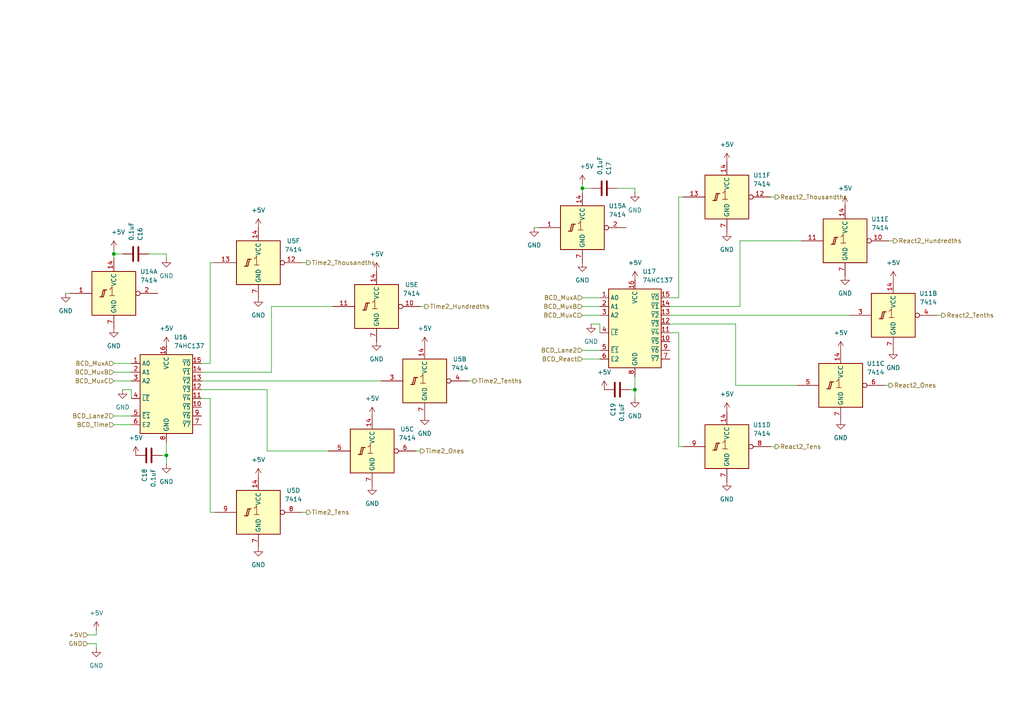
<source format=kicad_sch>
(kicad_sch (version 20250114) (generator "eeschema") (generator_version "9.0")
  (paper "A4")
  (lib_symbols
    (symbol "74xx:74HC137"
      (property "Reference" "U" (at -7.62 13.97 0))
      (property "Value" "74HC137" (at 2.54 -11.43 0))
      (symbol "74HC137_0_1"
        (rectangle (start -7.62 12.7) (end 7.62 -10.16) (stroke (width 0.254)) (fill (type background)))
      )
      (symbol "74HC137_1_1"
        (pin input line (at -10.16 10.16 0) (length 2.54) (name "A0") (number "1"))
        (pin input line (at -10.16 7.62 0) (length 2.54) (name "A1") (number "2"))
        (pin input line (at -10.16 5.08 0) (length 2.54) (name "A2") (number "3"))
        (pin input line (at -10.16 0 0) (length 2.54) (name "~{LE}") (number "4"))
        (pin input line (at -10.16 -5.08 0) (length 2.54) (name "~{E1}") (number "5"))
        (pin input line (at -10.16 -7.62 0) (length 2.54) (name "E2") (number "6"))
        (pin power_in line (at 0 15.24 270) (length 2.54) (name "VCC") (number "16"))
        (pin power_in line (at 0 -12.7 90) (length 2.54) (name "GND") (number "8"))
        (pin output line (at 10.16 10.16 180) (length 2.54) (name "~{Y0}") (number "15"))
        (pin output line (at 10.16 7.62 180) (length 2.54) (name "~{Y1}") (number "14"))
        (pin output line (at 10.16 5.08 180) (length 2.54) (name "~{Y2}") (number "13"))
        (pin output line (at 10.16 2.54 180) (length 2.54) (name "~{Y3}") (number "12"))
        (pin output line (at 10.16 0 180) (length 2.54) (name "~{Y4}") (number "11"))
        (pin output line (at 10.16 -2.54 180) (length 2.54) (name "~{Y5}") (number "10"))
        (pin output line (at 10.16 -5.08 180) (length 2.54) (name "~{Y6}") (number "9"))
        (pin output line (at 10.16 -7.62 180) (length 2.54) (name "~{Y7}") (number "7"))
      )
    )
    (symbol "74xx_IEEE:7414"
      (property "Reference" "U" (at 3.81 7.62 0))
      (property "Value" "7414" (at 5.08 -7.62 0))
      (symbol "7414_0_0"
        (polyline (pts (xy -4.064 -1.016) (xy -3.048 -1.016) (xy -2.54 1.016) (xy -2.032 1.016) (xy -3.048 1.016) (xy -3.556 -1.016) (xy -3.556 -1.016)) (stroke (width 0.254)) (fill (type background)))
        (text "1" (at -0.508 0.508 0) (effects (font (size 2.54 2.54))))
      )
      (symbol "7414_0_1"
        (rectangle (start -6.35 6.35) (end 6.35 -6.35) (stroke (width 0.254)) (fill (type background)))
        (pin power_in line (at 0 10.16 270) (length 3.81) (name "VCC") (number "14"))
        (pin power_in line (at 0 -10.16 90) (length 3.81) (name "GND") (number "7"))
      )
      (symbol "7414_1_1"
        (pin input line (at -12.7 0 0) (length 6.35) (name "~") (number "1"))
        (pin output inverted (at 12.7 0 180) (length 6.35) (name "~") (number "2"))
      )
      (symbol "7414_2_1"
        (pin input line (at -12.7 0 0) (length 6.35) (name "~") (number "3"))
        (pin output inverted (at 12.7 0 180) (length 6.35) (name "~") (number "4"))
      )
      (symbol "7414_3_1"
        (pin input line (at -12.7 0 0) (length 6.35) (name "~") (number "5"))
        (pin output inverted (at 12.7 0 180) (length 6.35) (name "~") (number "6"))
      )
      (symbol "7414_4_1"
        (pin input line (at -12.7 0 0) (length 6.35) (name "~") (number "9"))
        (pin output inverted (at 12.7 0 180) (length 6.35) (name "~") (number "8"))
      )
      (symbol "7414_5_1"
        (pin input line (at -12.7 0 0) (length 6.35) (name "~") (number "11"))
        (pin output inverted (at 12.7 0 180) (length 6.35) (name "~") (number "10"))
      )
      (symbol "7414_6_1"
        (pin input line (at -12.7 0 0) (length 6.35) (name "~") (number "13"))
        (pin output inverted (at 12.7 0 180) (length 6.35) (name "~") (number "12"))
      )
    )
    (symbol "Device:C" (pin_numbers (hide yes)) (pin_names (offset 0.254))
      (property "Reference" "C" (at 0.635 2.54 0))
      (property "Value" "C" (at 0.635 -2.54 0))
      (symbol "C_0_1"
        (polyline (pts (xy -2.032 0.762) (xy 2.032 0.762)) (stroke (width 0.508)))
        (polyline (pts (xy -2.032 -0.762) (xy 2.032 -0.762)) (stroke (width 0.508)))
      )
      (symbol "C_1_1"
        (pin passive line (at 0 3.81 270) (length 2.794) (name "~") (number "1"))
        (pin passive line (at 0 -3.81 90) (length 2.794) (name "~") (number "2"))
      )
    )
    (symbol "power:+5V" (power) (pin_numbers (hide yes)) (pin_names (offset 0) (hide yes))
      (property "Value" "+5V" (at 0 3.556 0))
      (symbol "+5V_0_1"
        (polyline (pts (xy -0.762 1.27) (xy 0 2.54)))
        (polyline (pts (xy 0 2.54) (xy 0.762 1.27)))
        (polyline (pts (xy 0 0) (xy 0 2.54)))
      )
      (symbol "+5V_1_1"
        (pin power_in line (at 0 0 90) (length 0) (name "~") (number "1"))
      )
    )
    (symbol "power:GND" (power) (pin_numbers (hide yes)) (pin_names (offset 0) (hide yes))
      (property "Value" "GND" (at 0 -3.81 0))
      (symbol "GND_0_1"
        (polyline (pts (xy 0 0) (xy 0 -1.27) (xy 1.27 -1.27) (xy 0 -2.54) (xy -1.27 -1.27) (xy 0 -1.27)))
      )
      (symbol "GND_1_1"
        (pin power_in line (at 0 0 270) (length 0) (name "~") (number "1"))
      )
    )
  )
  (junction (at 168.91 54.61))
  (junction (at 48.26 132.08))
  (junction (at 184.15 113.03))
  (junction (at 33.02 73.66))
  (wire (pts (xy 35.56 113.03) (xy 38.1 113.03)))
  (wire (pts (xy 168.91 86.36) (xy 173.99 86.36)))
  (wire (pts (xy 33.02 72.39) (xy 33.02 73.66)))
  (wire (pts (xy 60.96 115.57) (xy 60.96 148.59)))
  (wire (pts (xy 213.36 93.98) (xy 194.31 93.98)))
  (wire (pts (xy 60.96 105.41) (xy 58.42 105.41)))
  (wire (pts (xy 48.26 128.27) (xy 48.26 132.08)))
  (wire (pts (xy 77.47 130.81) (xy 77.47 113.03)))
  (wire (pts (xy 173.99 93.98) (xy 173.99 96.52)))
  (wire (pts (xy 33.02 120.65) (xy 38.1 120.65)))
  (wire (pts (xy 214.63 88.9) (xy 214.63 69.85)))
  (wire (pts (xy 27.94 182.88) (xy 27.94 184.15)))
  (wire (pts (xy 25.4 184.15) (xy 27.94 184.15)))
  (wire (pts (xy 48.26 134.62) (xy 48.26 132.08)))
  (wire (pts (xy 194.31 91.44) (xy 246.38 91.44)))
  (wire (pts (xy 179.07 54.61) (xy 184.15 54.61)))
  (wire (pts (xy 223.52 129.54) (xy 224.79 129.54)))
  (wire (pts (xy 196.85 129.54) (xy 198.12 129.54)))
  (wire (pts (xy 168.91 91.44) (xy 173.99 91.44)))
  (wire (pts (xy 184.15 115.57) (xy 184.15 113.03)))
  (wire (pts (xy 87.63 148.59) (xy 88.9 148.59)))
  (wire (pts (xy 196.85 57.15) (xy 198.12 57.15)))
  (wire (pts (xy 171.45 93.98) (xy 173.99 93.98)))
  (wire (pts (xy 38.1 113.03) (xy 38.1 115.57)))
  (wire (pts (xy 196.85 57.15) (xy 196.85 86.36)))
  (wire (pts (xy 196.85 96.52) (xy 196.85 129.54)))
  (wire (pts (xy 33.02 110.49) (xy 38.1 110.49)))
  (wire (pts (xy 223.52 57.15) (xy 224.79 57.15)))
  (wire (pts (xy 194.31 88.9) (xy 214.63 88.9)))
  (wire (pts (xy 77.47 113.03) (xy 58.42 113.03)))
  (wire (pts (xy 35.56 73.66) (xy 33.02 73.66)))
  (wire (pts (xy 182.88 113.03) (xy 184.15 113.03)))
  (wire (pts (xy 168.91 104.14) (xy 173.99 104.14)))
  (wire (pts (xy 33.02 105.41) (xy 38.1 105.41)))
  (wire (pts (xy 257.81 69.85) (xy 259.08 69.85)))
  (wire (pts (xy 168.91 53.34) (xy 168.91 54.61)))
  (wire (pts (xy 58.42 107.95) (xy 78.74 107.95)))
  (wire (pts (xy 256.54 111.76) (xy 257.81 111.76)))
  (wire (pts (xy 48.26 73.66) (xy 48.26 74.93)))
  (wire (pts (xy 194.31 96.52) (xy 196.85 96.52)))
  (wire (pts (xy 60.96 148.59) (xy 62.23 148.59)))
  (wire (pts (xy 58.42 110.49) (xy 110.49 110.49)))
  (wire (pts (xy 60.96 76.2) (xy 62.23 76.2)))
  (wire (pts (xy 46.99 132.08) (xy 48.26 132.08)))
  (wire (pts (xy 95.25 130.81) (xy 77.47 130.81)))
  (wire (pts (xy 135.89 110.49) (xy 137.16 110.49)))
  (wire (pts (xy 87.63 76.2) (xy 88.9 76.2)))
  (wire (pts (xy 27.94 186.69) (xy 27.94 187.96)))
  (wire (pts (xy 196.85 86.36) (xy 194.31 86.36)))
  (wire (pts (xy 33.02 107.95) (xy 38.1 107.95)))
  (wire (pts (xy 25.4 186.69) (xy 27.94 186.69)))
  (wire (pts (xy 184.15 54.61) (xy 184.15 55.88)))
  (wire (pts (xy 171.45 54.61) (xy 168.91 54.61)))
  (wire (pts (xy 19.05 85.09) (xy 20.32 85.09)))
  (wire (pts (xy 214.63 69.85) (xy 232.41 69.85)))
  (wire (pts (xy 168.91 101.6) (xy 173.99 101.6)))
  (wire (pts (xy 60.96 76.2) (xy 60.96 105.41)))
  (wire (pts (xy 231.14 111.76) (xy 213.36 111.76)))
  (wire (pts (xy 43.18 73.66) (xy 48.26 73.66)))
  (wire (pts (xy 184.15 109.22) (xy 184.15 113.03)))
  (wire (pts (xy 78.74 88.9) (xy 96.52 88.9)))
  (wire (pts (xy 33.02 73.66) (xy 33.02 74.93)))
  (wire (pts (xy 213.36 111.76) (xy 213.36 93.98)))
  (wire (pts (xy 271.78 91.44) (xy 273.05 91.44)))
  (wire (pts (xy 33.02 123.19) (xy 38.1 123.19)))
  (wire (pts (xy 154.94 66.04) (xy 156.21 66.04)))
  (wire (pts (xy 121.92 88.9) (xy 123.19 88.9)))
  (wire (pts (xy 168.91 54.61) (xy 168.91 55.88)))
  (wire (pts (xy 168.91 88.9) (xy 173.99 88.9)))
  (wire (pts (xy 58.42 115.57) (xy 60.96 115.57)))
  (wire (pts (xy 120.65 130.81) (xy 121.92 130.81)))
  (wire (pts (xy 78.74 107.95) (xy 78.74 88.9)))
  (hierarchical_label "BCD_MuxA" (shape input) (at 168.91 86.36 180))
  (hierarchical_label "React2_Thousandths" (shape output) (at 224.79 57.15 0))
  (hierarchical_label "Time2_Hundredths" (shape output) (at 123.19 88.9 0))
  (hierarchical_label "BCD_Lane2" (shape input) (at 168.91 101.6 180))
  (hierarchical_label "Time2_Tenths" (shape output) (at 137.16 110.49 0))
  (hierarchical_label "React2_Tenths" (shape output) (at 273.05 91.44 0))
  (hierarchical_label "React2_Tens" (shape output) (at 224.79 129.54 0))
  (hierarchical_label "Time2_Tens" (shape output) (at 88.9 148.59 0))
  (hierarchical_label "GND" (shape input) (at 25.4 186.69 180))
  (hierarchical_label "Time2_Thousandths" (shape output) (at 88.9 76.2 0))
  (hierarchical_label "BCD_MuxB" (shape input) (at 168.91 88.9 180))
  (hierarchical_label "BCD_React" (shape input) (at 168.91 104.14 180))
  (hierarchical_label "BCD_MuxC" (shape input) (at 33.02 110.49 180))
  (hierarchical_label "React2_Ones" (shape output) (at 257.81 111.76 0))
  (hierarchical_label "Time2_Ones" (shape output) (at 121.92 130.81 0))
  (hierarchical_label "BCD_MuxC" (shape input) (at 168.91 91.44 180))
  (hierarchical_label "BCD_MuxA" (shape input) (at 33.02 105.41 180))
  (hierarchical_label "BCD_Lane2" (shape input) (at 33.02 120.65 180))
  (hierarchical_label "BCD_Time" (shape input) (at 33.02 123.19 180))
  (hierarchical_label "BCD_MuxB" (shape input) (at 33.02 107.95 180))
  (hierarchical_label "+5V" (shape input) (at 25.4 184.15 180))
  (hierarchical_label "React2_Hundredths" (shape output) (at 259.08 69.85 0))
  (symbol (lib_id "power:GND") (at 154.94 66.04 0) (unit 1)
    (property "Reference" "#PWR0188" (effects (hide yes)))
    (property "Value" "GND" (at 154.94 71.12 0))
    (property "Description" "Power symbol creates a global label with name \"GND\" , ground" (effects (hide yes)))
  )
  (symbol (lib_id "Device:C") (at 39.37 73.66 270) (mirror x) (unit 1)
    (property "Reference" "C16" (at 40.6401 69.85 0) (effects (justify left)))
    (property "Value" "0.1uF" (at 38.1001 69.85 0) (effects (justify left)))
    (property "Footprint" "Capacitor_SMD:C_0805_2012Metric" (effects (hide yes)))
    (property "Description" "Unpolarized capacitor" (effects (hide yes)))
  )
  (symbol (lib_id "power:+5V") (at 33.02 72.39 0) (unit 1)
    (property "Reference" "#PWR0189" (effects (hide yes)))
    (property "Value" "+5V" (at 34.29 67.31 0))
    (property "Description" "Power symbol creates a global label with name \"+5V\"" (effects (hide yes)))
  )
  (symbol (lib_id "power:+5V") (at 48.26 100.33 0) (unit 1)
    (property "Reference" "#PWR0198" (effects (hide yes)))
    (property "Value" "+5V" (at 48.26 95.25 0))
    (property "Description" "Power symbol creates a global label with name \"+5V\"" (effects (hide yes)))
  )
  (symbol (lib_id "Device:C") (at 175.26 54.61 270) (mirror x) (unit 1)
    (property "Reference" "C17" (at 176.5301 50.8 0) (effects (justify left)))
    (property "Value" "0.1uF" (at 173.9901 50.8 0) (effects (justify left)))
    (property "Footprint" "Capacitor_SMD:C_0805_2012Metric" (effects (hide yes)))
    (property "Description" "Unpolarized capacitor" (effects (hide yes)))
  )
  (symbol (lib_id "power:GND") (at 168.91 76.2 0) (unit 1)
    (property "Reference" "#PWR0192" (effects (hide yes)))
    (property "Value" "GND" (at 168.91 81.28 0))
    (property "Description" "Power symbol creates a global label with name \"GND\" , ground" (effects (hide yes)))
  )
  (symbol (lib_id "power:GND") (at 210.82 67.31 0) (unit 1)
    (property "Reference" "#PWR0208" (effects (hide yes)))
    (property "Value" "GND" (at 210.82 72.39 0))
    (property "Description" "Power symbol creates a global label with name \"GND\" , ground" (effects (hide yes)))
  )
  (symbol (lib_id "power:+5V") (at 107.95 120.65 0) (unit 1)
    (property "Reference" "#PWR0211" (effects (hide yes)))
    (property "Value" "+5V" (at 107.95 115.57 0))
    (property "Description" "Power symbol creates a global label with name \"+5V\"" (effects (hide yes)))
  )
  (symbol (lib_id "Device:C") (at 43.18 132.08 90) (mirror x) (unit 1)
    (property "Reference" "C18" (at 41.9099 135.89 0) (effects (justify left)))
    (property "Value" "0.1uF" (at 44.4499 135.89 0) (effects (justify left)))
    (property "Footprint" "Capacitor_SMD:C_0805_2012Metric" (effects (hide yes)))
    (property "Description" "Unpolarized capacitor" (effects (hide yes)))
  )
  (symbol (lib_id "power:+5V") (at 39.37 132.08 0) (unit 1)
    (property "Reference" "#PWR0195" (effects (hide yes)))
    (property "Value" "+5V" (at 39.37 127 0))
    (property "Description" "Power symbol creates a global label with name \"+5V\"" (effects (hide yes)))
  )
  (symbol (lib_id "74xx:74HC137") (at 48.26 115.57 0) (unit 1)
    (property "Reference" "U16" (at 50.4541 97.79 0) (effects (justify left)))
    (property "Value" "74HC137" (at 50.4541 100.33 0) (effects (justify left)))
    (property "Footprint" "Package_SO:SOIC-16_3.9x9.9mm_P1.27mm" (effects (hide yes)))
    (property "Datasheet" "http://www.ti.com/lit/ds/symlink/cd74hc237.pdf" (effects (hide yes)))
    (property "Description" "3-to-8 line decoder/multiplexer with address latches, DIP-16/SOIC-16/SSOP-16" (effects (hide yes)))
  )
  (symbol (lib_id "power:GND") (at 48.26 134.62 0) (unit 1)
    (property "Reference" "#PWR0199" (effects (hide yes)))
    (property "Value" "GND" (at 48.26 139.7 0))
    (property "Description" "Power symbol creates a global label with name \"GND\" , ground" (effects (hide yes)))
  )
  (symbol (lib_id "power:GND") (at 27.94 187.96 0) (unit 1)
    (property "Reference" "#PWR0109" (effects (hide yes)))
    (property "Value" "GND" (at 27.94 193.04 0))
    (property "Description" "Power symbol creates a global label with name \"GND\" , ground" (effects (hide yes)))
  )
  (symbol (lib_id "power:+5V") (at 168.91 53.34 0) (unit 1)
    (property "Reference" "#PWR0191" (effects (hide yes)))
    (property "Value" "+5V" (at 170.18 48.26 0))
    (property "Description" "Power symbol creates a global label with name \"+5V\"" (effects (hide yes)))
  )
  (symbol (lib_id "power:GND") (at 48.26 74.93 0) (unit 1)
    (property "Reference" "#PWR0197" (effects (hide yes)))
    (property "Value" "GND" (at 48.26 80.01 0))
    (property "Description" "Power symbol creates a global label with name \"GND\" , ground" (effects (hide yes)))
  )
  (symbol (lib_id "power:GND") (at 184.15 115.57 0) (unit 1)
    (property "Reference" "#PWR0202" (effects (hide yes)))
    (property "Value" "GND" (at 184.15 120.65 0))
    (property "Description" "Power symbol creates a global label with name \"GND\" , ground" (effects (hide yes)))
  )
  (symbol (lib_id "power:GND") (at 184.15 55.88 0) (unit 1)
    (property "Reference" "#PWR0200" (effects (hide yes)))
    (property "Value" "GND" (at 184.15 60.96 0))
    (property "Description" "Power symbol creates a global label with name \"GND\" , ground" (effects (hide yes)))
  )
  (symbol (lib_id "power:+5V") (at 175.26 113.03 0) (unit 1)
    (property "Reference" "#PWR0196" (effects (hide yes)))
    (property "Value" "+5V" (at 175.26 107.95 0))
    (property "Description" "Power symbol creates a global label with name \"+5V\"" (effects (hide yes)))
  )
  (symbol (lib_id "74xx:74HC137") (at 184.15 96.52 0) (unit 1)
    (property "Reference" "U17" (at 186.3441 78.74 0) (effects (justify left)))
    (property "Value" "74HC137" (at 186.3441 81.28 0) (effects (justify left)))
    (property "Footprint" "Package_SO:SOIC-16_3.9x9.9mm_P1.27mm" (effects (hide yes)))
    (property "Datasheet" "http://www.ti.com/lit/ds/symlink/cd74hc237.pdf" (effects (hide yes)))
    (property "Description" "3-to-8 line decoder/multiplexer with address latches, DIP-16/SOIC-16/SSOP-16" (effects (hide yes)))
  )
  (symbol (lib_id "power:GND") (at 109.22 99.06 0) (unit 1)
    (property "Reference" "#PWR0216" (effects (hide yes)))
    (property "Value" "GND" (at 109.22 104.14 0))
    (property "Description" "Power symbol creates a global label with name \"GND\" , ground" (effects (hide yes)))
  )
  (symbol (lib_id "power:+5V") (at 210.82 119.38 0) (unit 1)
    (property "Reference" "#PWR0209" (effects (hide yes)))
    (property "Value" "+5V" (at 210.82 114.3 0))
    (property "Description" "Power symbol creates a global label with name \"+5V\"" (effects (hide yes)))
  )
  (symbol (lib_id "74xx_IEEE:7414") (at 123.19 110.49 0) (unit 2)
    (property "Reference" "U5" (at 133.35 104.1714 0))
    (property "Value" "7414" (at 133.35 106.7114 0))
    (property "Footprint" "Package_SO:SOIC-14_3.9x8.7mm_P1.27mm" (effects (hide yes)))
  )
  (symbol (lib_id "Device:C") (at 179.07 113.03 90) (mirror x) (unit 1)
    (property "Reference" "C19" (at 177.7999 116.84 0) (effects (justify left)))
    (property "Value" "0.1uF" (at 180.3399 116.84 0) (effects (justify left)))
    (property "Footprint" "Capacitor_SMD:C_0805_2012Metric" (effects (hide yes)))
    (property "Description" "Unpolarized capacitor" (effects (hide yes)))
  )
  (symbol (lib_id "power:GND") (at 33.02 95.25 0) (unit 1)
    (property "Reference" "#PWR0190" (effects (hide yes)))
    (property "Value" "GND" (at 33.02 100.33 0))
    (property "Description" "Power symbol creates a global label with name \"GND\" , ground" (effects (hide yes)))
  )
  (symbol (lib_id "74xx_IEEE:7414") (at 210.82 129.54 0) (unit 4)
    (property "Reference" "U11" (at 220.98 123.2214 0))
    (property "Value" "7414" (at 220.98 125.7614 0))
    (property "Footprint" "Package_SO:SOIC-14_3.9x8.7mm_P1.27mm" (effects (hide yes)))
  )
  (symbol (lib_id "74xx_IEEE:7414") (at 210.82 57.15 0) (unit 6)
    (property "Reference" "U11" (at 220.98 50.8314 0))
    (property "Value" "7414" (at 220.98 53.3714 0))
    (property "Footprint" "Package_SO:SOIC-14_3.9x8.7mm_P1.27mm" (effects (hide yes)))
  )
  (symbol (lib_id "power:GND") (at 19.05 85.09 0) (unit 1)
    (property "Reference" "#PWR0187" (effects (hide yes)))
    (property "Value" "GND" (at 19.05 90.17 0))
    (property "Description" "Power symbol creates a global label with name \"GND\" , ground" (effects (hide yes)))
  )
  (symbol (lib_id "power:+5V") (at 184.15 81.28 0) (unit 1)
    (property "Reference" "#PWR0201" (effects (hide yes)))
    (property "Value" "+5V" (at 184.15 76.2 0))
    (property "Description" "Power symbol creates a global label with name \"+5V\"" (effects (hide yes)))
  )
  (symbol (lib_id "power:+5V") (at 243.84 101.6 0) (unit 1)
    (property "Reference" "#PWR0213" (effects (hide yes)))
    (property "Value" "+5V" (at 243.84 96.52 0))
    (property "Description" "Power symbol creates a global label with name \"+5V\"" (effects (hide yes)))
  )
  (symbol (lib_id "power:GND") (at 123.19 120.65 0) (unit 1)
    (property "Reference" "#PWR0220" (effects (hide yes)))
    (property "Value" "GND" (at 123.19 125.73 0))
    (property "Description" "Power symbol creates a global label with name \"GND\" , ground" (effects (hide yes)))
  )
  (symbol (lib_id "power:+5V") (at 74.93 138.43 0) (unit 1)
    (property "Reference" "#PWR0205" (effects (hide yes)))
    (property "Value" "+5V" (at 74.93 133.35 0))
    (property "Description" "Power symbol creates a global label with name \"+5V\"" (effects (hide yes)))
  )
  (symbol (lib_id "74xx_IEEE:7414") (at 109.22 88.9 0) (unit 5)
    (property "Reference" "U5" (at 119.38 82.5814 0))
    (property "Value" "7414" (at 119.38 85.1214 0))
    (property "Footprint" "Package_SO:SOIC-14_3.9x8.7mm_P1.27mm" (effects (hide yes)))
  )
  (symbol (lib_id "74xx_IEEE:7414") (at 245.11 69.85 0) (unit 5)
    (property "Reference" "U11" (at 255.27 63.5314 0))
    (property "Value" "7414" (at 255.27 66.0714 0))
    (property "Footprint" "Package_SO:SOIC-14_3.9x8.7mm_P1.27mm" (effects (hide yes)))
  )
  (symbol (lib_id "power:GND") (at 171.45 93.98 0) (unit 1)
    (property "Reference" "#PWR0194" (effects (hide yes)))
    (property "Value" "GND" (at 171.45 99.06 0))
    (property "Description" "Power symbol creates a global label with name \"GND\" , ground" (effects (hide yes)))
  )
  (symbol (lib_id "74xx_IEEE:7414") (at 107.95 130.81 0) (unit 3)
    (property "Reference" "U5" (at 118.11 124.4914 0))
    (property "Value" "7414" (at 118.11 127.0314 0))
    (property "Footprint" "Package_SO:SOIC-14_3.9x8.7mm_P1.27mm" (effects (hide yes)))
  )
  (symbol (lib_id "74xx_IEEE:7414") (at 74.93 76.2 0) (unit 6)
    (property "Reference" "U5" (at 85.09 69.8814 0))
    (property "Value" "7414" (at 85.09 72.4214 0))
    (property "Footprint" "Package_SO:SOIC-14_3.9x8.7mm_P1.27mm" (effects (hide yes)))
  )
  (symbol (lib_id "power:GND") (at 74.93 86.36 0) (unit 1)
    (property "Reference" "#PWR0204" (effects (hide yes)))
    (property "Value" "GND" (at 74.93 91.44 0))
    (property "Description" "Power symbol creates a global label with name \"GND\" , ground" (effects (hide yes)))
  )
  (symbol (lib_id "74xx_IEEE:7414") (at 33.02 85.09 0) (unit 1)
    (property "Reference" "U14" (at 43.18 78.7714 0))
    (property "Value" "7414" (at 43.18 81.3114 0))
    (property "Footprint" "Package_SO:SOIC-14_3.9x8.7mm_P1.27mm" (effects (hide yes)))
  )
  (symbol (lib_id "power:GND") (at 74.93 158.75 0) (unit 1)
    (property "Reference" "#PWR0206" (effects (hide yes)))
    (property "Value" "GND" (at 74.93 163.83 0))
    (property "Description" "Power symbol creates a global label with name \"GND\" , ground" (effects (hide yes)))
  )
  (symbol (lib_id "power:+5V") (at 210.82 46.99 0) (unit 1)
    (property "Reference" "#PWR0207" (effects (hide yes)))
    (property "Value" "+5V" (at 210.82 41.91 0))
    (property "Description" "Power symbol creates a global label with name \"+5V\"" (effects (hide yes)))
  )
  (symbol (lib_id "power:GND") (at 243.84 121.92 0) (unit 1)
    (property "Reference" "#PWR0214" (effects (hide yes)))
    (property "Value" "GND" (at 243.84 127 0))
    (property "Description" "Power symbol creates a global label with name \"GND\" , ground" (effects (hide yes)))
  )
  (symbol (lib_id "74xx_IEEE:7414") (at 243.84 111.76 0) (unit 3)
    (property "Reference" "U11" (at 254 105.4414 0))
    (property "Value" "7414" (at 254 107.9814 0))
    (property "Footprint" "Package_SO:SOIC-14_3.9x8.7mm_P1.27mm" (effects (hide yes)))
  )
  (symbol (lib_id "74xx_IEEE:7414") (at 259.08 91.44 0) (unit 2)
    (property "Reference" "U11" (at 269.24 85.1214 0))
    (property "Value" "7414" (at 269.24 87.6614 0))
    (property "Footprint" "Package_SO:SOIC-14_3.9x8.7mm_P1.27mm" (effects (hide yes)))
  )
  (symbol (lib_id "power:GND") (at 259.08 101.6 0) (unit 1)
    (property "Reference" "#PWR0222" (effects (hide yes)))
    (property "Value" "GND" (at 259.08 106.68 0))
    (property "Description" "Power symbol creates a global label with name \"GND\" , ground" (effects (hide yes)))
  )
  (symbol (lib_id "power:+5V") (at 27.94 182.88 0) (unit 1)
    (property "Reference" "#PWR0108" (effects (hide yes)))
    (property "Value" "+5V" (at 27.94 177.8 0))
    (property "Description" "Power symbol creates a global label with name \"+5V\"" (effects (hide yes)))
  )
  (symbol (lib_id "power:GND") (at 210.82 139.7 0) (unit 1)
    (property "Reference" "#PWR0210" (effects (hide yes)))
    (property "Value" "GND" (at 210.82 144.78 0))
    (property "Description" "Power symbol creates a global label with name \"GND\" , ground" (effects (hide yes)))
  )
  (symbol (lib_id "power:+5V") (at 109.22 78.74 0) (unit 1)
    (property "Reference" "#PWR0215" (effects (hide yes)))
    (property "Value" "+5V" (at 109.22 73.66 0))
    (property "Description" "Power symbol creates a global label with name \"+5V\"" (effects (hide yes)))
  )
  (symbol (lib_id "74xx_IEEE:7414") (at 74.93 148.59 0) (unit 4)
    (property "Reference" "U5" (at 85.09 142.2714 0))
    (property "Value" "7414" (at 85.09 144.8114 0))
    (property "Footprint" "Package_SO:SOIC-14_3.9x8.7mm_P1.27mm" (effects (hide yes)))
  )
  (symbol (lib_id "power:GND") (at 107.95 140.97 0) (unit 1)
    (property "Reference" "#PWR0212" (effects (hide yes)))
    (property "Value" "GND" (at 107.95 146.05 0))
    (property "Description" "Power symbol creates a global label with name \"GND\" , ground" (effects (hide yes)))
  )
  (symbol (lib_id "power:GND") (at 245.11 80.01 0) (unit 1)
    (property "Reference" "#PWR0218" (effects (hide yes)))
    (property "Value" "GND" (at 245.11 85.09 0))
    (property "Description" "Power symbol creates a global label with name \"GND\" , ground" (effects (hide yes)))
  )
  (symbol (lib_id "power:+5V") (at 259.08 81.28 0) (unit 1)
    (property "Reference" "#PWR0221" (effects (hide yes)))
    (property "Value" "+5V" (at 259.08 76.2 0))
    (property "Description" "Power symbol creates a global label with name \"+5V\"" (effects (hide yes)))
  )
  (symbol (lib_id "power:+5V") (at 74.93 66.04 0) (unit 1)
    (property "Reference" "#PWR0203" (effects (hide yes)))
    (property "Value" "+5V" (at 74.93 60.96 0))
    (property "Description" "Power symbol creates a global label with name \"+5V\"" (effects (hide yes)))
  )
  (symbol (lib_id "power:+5V") (at 245.11 59.69 0) (unit 1)
    (property "Reference" "#PWR0217" (effects (hide yes)))
    (property "Value" "+5V" (at 245.11 54.61 0))
    (property "Description" "Power symbol creates a global label with name \"+5V\"" (effects (hide yes)))
  )
  (symbol (lib_id "power:+5V") (at 123.19 100.33 0) (unit 1)
    (property "Reference" "#PWR0219" (effects (hide yes)))
    (property "Value" "+5V" (at 123.19 95.25 0))
    (property "Description" "Power symbol creates a global label with name \"+5V\"" (effects (hide yes)))
  )
  (symbol (lib_id "power:GND") (at 35.56 113.03 0) (unit 1)
    (property "Reference" "#PWR0193" (effects (hide yes)))
    (property "Value" "GND" (at 35.56 118.11 0))
    (property "Description" "Power symbol creates a global label with name \"GND\" , ground" (effects (hide yes)))
  )
  (symbol (lib_id "74xx_IEEE:7414") (at 168.91 66.04 0) (unit 1)
    (property "Reference" "U15" (at 179.07 59.7214 0))
    (property "Value" "7414" (at 179.07 62.2614 0))
    (property "Footprint" "Package_SO:SOIC-14_3.9x8.7mm_P1.27mm" (effects (hide yes)))
  )
)
</source>
